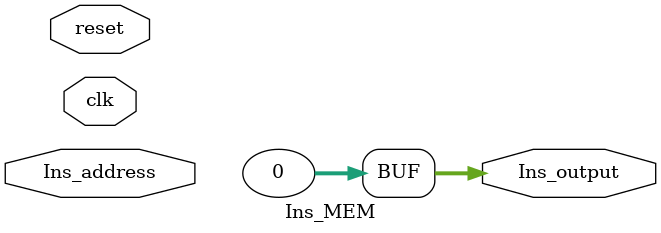
<source format=v>
module Ins_MEM(
  input [31:0] Ins_address,
  input clk,reset,
  output[31:0] Ins_output
  );
  assign Ins_output = 0;
endmodule
</source>
